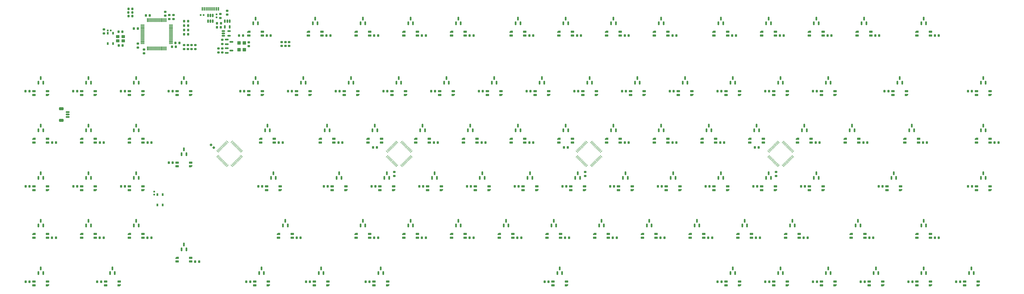
<source format=gbr>
%TF.GenerationSoftware,KiCad,Pcbnew,9.0.5*%
%TF.CreationDate,2026-01-09T00:19:27+07:00*%
%TF.ProjectId,MK98,4d4b3938-2e6b-4696-9361-645f70636258,rev?*%
%TF.SameCoordinates,Original*%
%TF.FileFunction,Paste,Bot*%
%TF.FilePolarity,Positive*%
%FSLAX46Y46*%
G04 Gerber Fmt 4.6, Leading zero omitted, Abs format (unit mm)*
G04 Created by KiCad (PCBNEW 9.0.5) date 2026-01-09 00:19:27*
%MOMM*%
%LPD*%
G01*
G04 APERTURE LIST*
G04 Aperture macros list*
%AMRoundRect*
0 Rectangle with rounded corners*
0 $1 Rounding radius*
0 $2 $3 $4 $5 $6 $7 $8 $9 X,Y pos of 4 corners*
0 Add a 4 corners polygon primitive as box body*
4,1,4,$2,$3,$4,$5,$6,$7,$8,$9,$2,$3,0*
0 Add four circle primitives for the rounded corners*
1,1,$1+$1,$2,$3*
1,1,$1+$1,$4,$5*
1,1,$1+$1,$6,$7*
1,1,$1+$1,$8,$9*
0 Add four rect primitives between the rounded corners*
20,1,$1+$1,$2,$3,$4,$5,0*
20,1,$1+$1,$4,$5,$6,$7,0*
20,1,$1+$1,$6,$7,$8,$9,0*
20,1,$1+$1,$8,$9,$2,$3,0*%
%AMRotRect*
0 Rectangle, with rotation*
0 The origin of the aperture is its center*
0 $1 length*
0 $2 width*
0 $3 Rotation angle, in degrees counterclockwise*
0 Add horizontal line*
21,1,$1,$2,0,0,$3*%
%AMFreePoly0*
4,1,18,-0.410000,0.593000,-0.403758,0.624380,-0.385983,0.650983,-0.359380,0.668758,-0.328000,0.675000,0.328000,0.675000,0.359380,0.668758,0.385983,0.650983,0.403758,0.624380,0.410000,0.593000,0.410000,-0.593000,0.403758,-0.624380,0.385983,-0.650983,0.359380,-0.668758,0.328000,-0.675000,0.000000,-0.675000,-0.410000,-0.265000,-0.410000,0.593000,-0.410000,0.593000,$1*%
G04 Aperture macros list end*
%ADD10RoundRect,0.150000X0.150000X-0.587500X0.150000X0.587500X-0.150000X0.587500X-0.150000X-0.587500X0*%
%ADD11RoundRect,0.082000X-0.593000X0.328000X-0.593000X-0.328000X0.593000X-0.328000X0.593000X0.328000X0*%
%ADD12FreePoly0,270.000000*%
%ADD13RoundRect,0.082000X0.593000X-0.328000X0.593000X0.328000X-0.593000X0.328000X-0.593000X-0.328000X0*%
%ADD14FreePoly0,90.000000*%
%ADD15RoundRect,0.225000X0.225000X0.250000X-0.225000X0.250000X-0.225000X-0.250000X0.225000X-0.250000X0*%
%ADD16RoundRect,0.250000X-0.445000X0.457500X-0.445000X-0.457500X0.445000X-0.457500X0.445000X0.457500X0*%
%ADD17RoundRect,0.225000X-0.225000X-0.250000X0.225000X-0.250000X0.225000X0.250000X-0.225000X0.250000X0*%
%ADD18RoundRect,0.200000X-0.275000X0.200000X-0.275000X-0.200000X0.275000X-0.200000X0.275000X0.200000X0*%
%ADD19RoundRect,0.225000X0.250000X-0.225000X0.250000X0.225000X-0.250000X0.225000X-0.250000X-0.225000X0*%
%ADD20RoundRect,0.150000X-0.512500X-0.150000X0.512500X-0.150000X0.512500X0.150000X-0.512500X0.150000X0*%
%ADD21RoundRect,0.218750X0.256250X-0.218750X0.256250X0.218750X-0.256250X0.218750X-0.256250X-0.218750X0*%
%ADD22RoundRect,0.160000X-0.160000X0.197500X-0.160000X-0.197500X0.160000X-0.197500X0.160000X0.197500X0*%
%ADD23RoundRect,0.225000X-0.250000X0.225000X-0.250000X-0.225000X0.250000X-0.225000X0.250000X0.225000X0*%
%ADD24R,0.700000X1.050013*%
%ADD25RoundRect,0.150000X-0.150000X0.512500X-0.150000X-0.512500X0.150000X-0.512500X0.150000X0.512500X0*%
%ADD26RoundRect,0.250000X-0.450000X-0.350000X0.450000X-0.350000X0.450000X0.350000X-0.450000X0.350000X0*%
%ADD27RoundRect,0.150000X-0.587500X-0.150000X0.587500X-0.150000X0.587500X0.150000X-0.587500X0.150000X0*%
%ADD28RoundRect,0.200000X-0.200000X-0.275000X0.200000X-0.275000X0.200000X0.275000X-0.200000X0.275000X0*%
%ADD29RoundRect,0.160000X0.197500X0.160000X-0.197500X0.160000X-0.197500X-0.160000X0.197500X-0.160000X0*%
%ADD30RoundRect,0.150000X-0.625000X0.150000X-0.625000X-0.150000X0.625000X-0.150000X0.625000X0.150000X0*%
%ADD31RoundRect,0.250000X-0.650000X0.350000X-0.650000X-0.350000X0.650000X-0.350000X0.650000X0.350000X0*%
%ADD32RoundRect,0.200000X0.275000X-0.200000X0.275000X0.200000X-0.275000X0.200000X-0.275000X-0.200000X0*%
%ADD33RotRect,0.229400X1.161999X315.000000*%
%ADD34RotRect,0.229400X1.161999X45.000000*%
%ADD35RotRect,0.229400X1.161999X135.000000*%
%ADD36RoundRect,0.075000X-0.700000X-0.075000X0.700000X-0.075000X0.700000X0.075000X-0.700000X0.075000X0*%
%ADD37RoundRect,0.075000X-0.075000X-0.700000X0.075000X-0.700000X0.075000X0.700000X-0.075000X0.700000X0*%
%ADD38RoundRect,0.225000X-0.335876X-0.017678X-0.017678X-0.335876X0.335876X0.017678X0.017678X0.335876X0*%
%ADD39R,0.600000X1.450000*%
%ADD40R,0.300000X1.450000*%
G04 APERTURE END LIST*
D10*
%TO.C,HE16*%
X54660000Y-59862500D03*
X53710000Y-61737500D03*
X55610000Y-61737500D03*
%TD*%
D11*
%TO.C,LED38*%
X152635000Y-85680000D03*
X152635000Y-84180000D03*
X147185000Y-85680000D03*
D12*
X147185000Y-84180000D03*
%TD*%
D13*
%TO.C,LED87*%
X61460000Y-141330000D03*
X61460000Y-142830000D03*
X66910000Y-141330000D03*
D14*
X66910000Y-142830000D03*
%TD*%
D11*
%TO.C,LED10*%
X309797500Y-42817500D03*
X309797500Y-41317500D03*
X304347500Y-42817500D03*
D12*
X304347500Y-41317500D03*
%TD*%
D13*
%TO.C,LED59*%
X209097500Y-103230000D03*
X209097500Y-104730000D03*
X214547500Y-103230000D03*
D14*
X214547500Y-104730000D03*
%TD*%
D15*
%TO.C,C29*%
X307287500Y-65150000D03*
X305737500Y-65150000D03*
%TD*%
D10*
%TO.C,HE39*%
X169910000Y-80787500D03*
X168010000Y-80787500D03*
X168960000Y-78912500D03*
%TD*%
%TO.C,HE5*%
X203247500Y-37925000D03*
X201347500Y-37925000D03*
X202297500Y-36050000D03*
%TD*%
D16*
%TO.C,C109*%
X116850000Y-45790000D03*
X116850000Y-48495000D03*
%TD*%
D13*
%TO.C,LED68*%
X409122500Y-103230000D03*
X409122500Y-104730000D03*
X414572500Y-103230000D03*
D14*
X414572500Y-104730000D03*
%TD*%
D11*
%TO.C,LED47*%
X324085000Y-85680000D03*
X324085000Y-84180000D03*
X318635000Y-85680000D03*
D12*
X318635000Y-84180000D03*
%TD*%
D15*
%TO.C,C28*%
X288237500Y-65150000D03*
X286687500Y-65150000D03*
%TD*%
D13*
%TO.C,LED95*%
X366260000Y-141330000D03*
X366260000Y-142830000D03*
X371710000Y-141330000D03*
D14*
X371710000Y-142830000D03*
%TD*%
D10*
%TO.C,HE67*%
X377078750Y-99837500D03*
X375178750Y-99837500D03*
X376128750Y-97962500D03*
%TD*%
D13*
%TO.C,LED96*%
X385310000Y-141330000D03*
X385310000Y-142830000D03*
X390760000Y-141330000D03*
D14*
X390760000Y-142830000D03*
%TD*%
D17*
%TO.C,C5*%
X206807501Y-42820000D03*
X208357501Y-42820000D03*
%TD*%
D10*
%TO.C,HE49*%
X360410000Y-80787500D03*
X358510000Y-80787500D03*
X359460000Y-78912500D03*
%TD*%
D18*
%TO.C,R4*%
X92860000Y-46620000D03*
X92860000Y-48270000D03*
%TD*%
D10*
%TO.C,HE28*%
X293735000Y-61737500D03*
X291835000Y-61737500D03*
X292785000Y-59862500D03*
%TD*%
%TO.C,HE95*%
X369935000Y-137937500D03*
X368035000Y-137937500D03*
X368985000Y-136062500D03*
%TD*%
D15*
%TO.C,C124*%
X107512149Y-37892351D03*
X105962149Y-37892351D03*
%TD*%
D19*
%TO.C,C114*%
X88623857Y-36222815D03*
X88623857Y-34672815D03*
%TD*%
D10*
%TO.C,HE9*%
X284210000Y-37925000D03*
X282310000Y-37925000D03*
X283260000Y-36050000D03*
%TD*%
D11*
%TO.C,LED74*%
X166922500Y-123780000D03*
X166922500Y-122280000D03*
X161472500Y-123780000D03*
D12*
X161472500Y-122280000D03*
%TD*%
D10*
%TO.C,HE64*%
X308022500Y-99837500D03*
X306122500Y-99837500D03*
X307072500Y-97962500D03*
%TD*%
D15*
%TO.C,C24*%
X212037500Y-65150000D03*
X210487500Y-65150000D03*
%TD*%
D20*
%TO.C,U2*%
X108455000Y-42950000D03*
X108455000Y-42000001D03*
X108455000Y-41050002D03*
X110730000Y-41050002D03*
X110730000Y-42950000D03*
%TD*%
D13*
%TO.C,LED26*%
X251960000Y-65130000D03*
X251960000Y-66630000D03*
X257410000Y-65130000D03*
D14*
X257410000Y-66630000D03*
%TD*%
D11*
%TO.C,LED43*%
X247885000Y-85680000D03*
X247885000Y-84180000D03*
X242435000Y-85680000D03*
D12*
X242435000Y-84180000D03*
%TD*%
D10*
%TO.C,HE59*%
X212772500Y-99837500D03*
X210872500Y-99837500D03*
X211822500Y-97962500D03*
%TD*%
%TO.C,HE31*%
X350885000Y-61737500D03*
X348985000Y-61737500D03*
X349935000Y-59862500D03*
%TD*%
%TO.C,HE23*%
X198485000Y-61737500D03*
X196585000Y-61737500D03*
X197535000Y-59862500D03*
%TD*%
%TO.C,HE78*%
X241347500Y-118887500D03*
X239447500Y-118887500D03*
X240397500Y-117012500D03*
%TD*%
%TO.C,HE35*%
X74660000Y-80787500D03*
X72760000Y-80787500D03*
X73710000Y-78912500D03*
%TD*%
%TO.C,HE7*%
X246110000Y-37925000D03*
X244210000Y-37925000D03*
X245160000Y-36050000D03*
%TD*%
D13*
%TO.C,LED19*%
X118610000Y-65130000D03*
X118610000Y-66630000D03*
X124060000Y-65130000D03*
D14*
X124060000Y-66630000D03*
%TD*%
D11*
%TO.C,LED8*%
X266935000Y-42817500D03*
X266935000Y-41317500D03*
X261485000Y-42817500D03*
D12*
X261485000Y-41317500D03*
%TD*%
D21*
%TO.C,F1*%
X107262149Y-35779852D03*
X107262149Y-34204850D03*
%TD*%
D10*
%TO.C,HE80*%
X279447500Y-118887500D03*
X277547500Y-118887500D03*
X278497500Y-117012500D03*
%TD*%
%TO.C,HE63*%
X288972500Y-99837500D03*
X287072500Y-99837500D03*
X288022500Y-97962500D03*
%TD*%
%TO.C,HE17*%
X74660000Y-61737500D03*
X72760000Y-61737500D03*
X73710000Y-59862500D03*
%TD*%
D17*
%TO.C,C41*%
X211571974Y-85674911D03*
X213121974Y-85674911D03*
%TD*%
D22*
%TO.C,R9*%
X105732149Y-34387351D03*
X105732149Y-35582351D03*
%TD*%
D23*
%TO.C,C101*%
X134750000Y-45460000D03*
X134750000Y-47010000D03*
%TD*%
D10*
%TO.C,HE10*%
X308022500Y-37925000D03*
X306122500Y-37925000D03*
X307072500Y-36050000D03*
%TD*%
%TO.C,HE25*%
X236585000Y-61737500D03*
X234685000Y-61737500D03*
X235635000Y-59862500D03*
%TD*%
D11*
%TO.C,LED50*%
X385997500Y-85680000D03*
X385997500Y-84180000D03*
X380547500Y-85680000D03*
D12*
X380547500Y-84180000D03*
%TD*%
D11*
%TO.C,LED48*%
X343135000Y-85680000D03*
X343135000Y-84180000D03*
X337685000Y-85680000D03*
D12*
X337685000Y-84180000D03*
%TD*%
D24*
%TO.C,RST_BTN1*%
X62325070Y-41899924D03*
X62325070Y-46100076D03*
X64474930Y-41899924D03*
X64474930Y-46100076D03*
%TD*%
D18*
%TO.C,R2*%
X106550000Y-48010000D03*
X106550000Y-49660000D03*
%TD*%
D15*
%TO.C,C115*%
X79125000Y-34775000D03*
X77575000Y-34775000D03*
%TD*%
D17*
%TO.C,C69*%
X40115000Y-123790000D03*
X41665000Y-123790000D03*
%TD*%
D15*
%TO.C,C15*%
X31062500Y-65150000D03*
X29512500Y-65150000D03*
%TD*%
D10*
%TO.C,HE92*%
X312785000Y-137937500D03*
X310885000Y-137937500D03*
X311835000Y-136062500D03*
%TD*%
D17*
%TO.C,C80*%
X283002500Y-123790000D03*
X284552500Y-123790000D03*
%TD*%
%TO.C,C42*%
X230621974Y-85674911D03*
X232171974Y-85674911D03*
%TD*%
D10*
%TO.C,HE14*%
X388985000Y-37925000D03*
X387085000Y-37925000D03*
X388035000Y-36050000D03*
%TD*%
%TO.C,HE79*%
X260397500Y-118887500D03*
X258497500Y-118887500D03*
X259447500Y-117012500D03*
%TD*%
D25*
%TO.C,U3*%
X102370575Y-34784171D03*
X103320574Y-34784171D03*
X104270573Y-34784171D03*
X104270573Y-37059171D03*
X103320574Y-37059171D03*
X102370575Y-37059171D03*
%TD*%
D15*
%TO.C,C32*%
X373962500Y-65150000D03*
X372412500Y-65150000D03*
%TD*%
D13*
%TO.C,LED61*%
X247197500Y-103230000D03*
X247197500Y-104730000D03*
X252647500Y-103230000D03*
D14*
X252647500Y-104730000D03*
%TD*%
D15*
%TO.C,C120*%
X74325000Y-40075000D03*
X72775000Y-40075000D03*
%TD*%
D13*
%TO.C,LED63*%
X285297500Y-103230000D03*
X285297500Y-104730000D03*
X290747500Y-103230000D03*
D14*
X290747500Y-104730000D03*
%TD*%
D10*
%TO.C,HE36*%
X93710000Y-90312500D03*
X91810000Y-90312500D03*
X92760000Y-88437500D03*
%TD*%
D11*
%TO.C,LED46*%
X305035000Y-85680000D03*
X305035000Y-84180000D03*
X299585000Y-85680000D03*
D12*
X299585000Y-84180000D03*
%TD*%
D17*
%TO.C,C10*%
X311582501Y-42820000D03*
X313132501Y-42820000D03*
%TD*%
D11*
%TO.C,LED1*%
X124060000Y-42817500D03*
X124060000Y-41317500D03*
X118610000Y-42817500D03*
D12*
X118610000Y-41317500D03*
%TD*%
D11*
%TO.C,LED11*%
X328847500Y-42817500D03*
X328847500Y-41317500D03*
X323397500Y-42817500D03*
D12*
X323397500Y-41317500D03*
%TD*%
D16*
%TO.C,C108*%
X114730000Y-45787500D03*
X114730000Y-48492500D03*
%TD*%
D11*
%TO.C,LED6*%
X228835000Y-42817500D03*
X228835000Y-41317500D03*
X223385000Y-42817500D03*
D12*
X223385000Y-41317500D03*
%TD*%
D13*
%TO.C,LED22*%
X175760000Y-65130000D03*
X175760000Y-66630000D03*
X181210000Y-65130000D03*
D14*
X181210000Y-66630000D03*
%TD*%
D10*
%TO.C,HE40*%
X188960000Y-80787500D03*
X187060000Y-80787500D03*
X188010000Y-78912500D03*
%TD*%
%TO.C,HE12*%
X346122500Y-37925000D03*
X344222500Y-37925000D03*
X345172500Y-36050000D03*
%TD*%
D23*
%TO.C,C117*%
X76859771Y-48436890D03*
X76859771Y-49986890D03*
%TD*%
D10*
%TO.C,HE82*%
X317547500Y-118887500D03*
X315647500Y-118887500D03*
X316597500Y-117012500D03*
%TD*%
D11*
%TO.C,LED71*%
X76435000Y-123780000D03*
X76435000Y-122280000D03*
X70985000Y-123780000D03*
D12*
X70985000Y-122280000D03*
%TD*%
D15*
%TO.C,C25*%
X231087500Y-65150000D03*
X229537500Y-65150000D03*
%TD*%
D13*
%TO.C,LED88*%
X120991250Y-141330000D03*
X120991250Y-142830000D03*
X126441250Y-141330000D03*
D14*
X126441250Y-142830000D03*
%TD*%
D17*
%TO.C,C112*%
X92860000Y-38876289D03*
X94410000Y-38876289D03*
%TD*%
D13*
%TO.C,LED86*%
X32885000Y-141330000D03*
X32885000Y-142830000D03*
X38335000Y-141330000D03*
D14*
X38335000Y-142830000D03*
%TD*%
D15*
%TO.C,C21*%
X154887500Y-65150000D03*
X153337500Y-65150000D03*
%TD*%
D10*
%TO.C,HE88*%
X124666250Y-137937500D03*
X122766250Y-137937500D03*
X123716250Y-136062500D03*
%TD*%
D17*
%TO.C,C6*%
X230620000Y-42820000D03*
X232170000Y-42820000D03*
%TD*%
%TO.C,C8*%
X268720001Y-42820000D03*
X270270001Y-42820000D03*
%TD*%
%TO.C,C48*%
X344921974Y-85674911D03*
X346471974Y-85674911D03*
%TD*%
D10*
%TO.C,HE29*%
X312785000Y-61737500D03*
X310885000Y-61737500D03*
X311835000Y-59862500D03*
%TD*%
%TO.C,HE42*%
X227060000Y-80787500D03*
X225160000Y-80787500D03*
X226110000Y-78912500D03*
%TD*%
D17*
%TO.C,C76*%
X206802500Y-123790000D03*
X208352500Y-123790000D03*
%TD*%
D15*
%TO.C,C90*%
X166831250Y-141370000D03*
X165281250Y-141370000D03*
%TD*%
D17*
%TO.C,C4*%
X187757501Y-42820000D03*
X189307501Y-42820000D03*
%TD*%
D13*
%TO.C,LED64*%
X304347500Y-103230000D03*
X304347500Y-104730000D03*
X309797500Y-103230000D03*
D14*
X309797500Y-104730000D03*
%TD*%
D17*
%TO.C,C51*%
X416359474Y-85674911D03*
X417909474Y-85674911D03*
%TD*%
D13*
%TO.C,LED58*%
X190047500Y-103230000D03*
X190047500Y-104730000D03*
X195497500Y-103230000D03*
D14*
X195497500Y-104730000D03*
%TD*%
D13*
%TO.C,LED32*%
X375785000Y-65130000D03*
X375785000Y-66630000D03*
X381235000Y-65130000D03*
D14*
X381235000Y-66630000D03*
%TD*%
D15*
%TO.C,C23*%
X192987500Y-65150000D03*
X191437500Y-65150000D03*
%TD*%
D22*
%TO.C,R11*%
X80890000Y-105322500D03*
X80890000Y-106517500D03*
%TD*%
D11*
%TO.C,LED73*%
X135966250Y-123780000D03*
X135966250Y-122280000D03*
X130516250Y-123780000D03*
D12*
X130516250Y-122280000D03*
%TD*%
D10*
%TO.C,HE68*%
X412797500Y-99837500D03*
X410897500Y-99837500D03*
X411847500Y-97962500D03*
%TD*%
D11*
%TO.C,LED39*%
X171685000Y-85680000D03*
X171685000Y-84180000D03*
X166235000Y-85680000D03*
D12*
X166235000Y-84180000D03*
%TD*%
D17*
%TO.C,C82*%
X321102500Y-123790000D03*
X322652500Y-123790000D03*
%TD*%
D18*
%TO.C,R6*%
X95813333Y-46620000D03*
X95813333Y-48270000D03*
%TD*%
D15*
%TO.C,C55*%
X123968750Y-103230000D03*
X122418750Y-103230000D03*
%TD*%
D11*
%TO.C,LED44*%
X266935000Y-85680000D03*
X266935000Y-84180000D03*
X261485000Y-85680000D03*
D12*
X261485000Y-84180000D03*
%TD*%
D26*
%TO.C,Y1*%
X66326719Y-43226475D03*
X68526719Y-43226475D03*
X68526719Y-44926475D03*
X66326719Y-44926475D03*
%TD*%
D15*
%TO.C,C58*%
X188262500Y-103230000D03*
X186712500Y-103230000D03*
%TD*%
%TO.C,C53*%
X50150000Y-103230000D03*
X48600000Y-103230000D03*
%TD*%
D13*
%TO.C,LED24*%
X213860000Y-65130000D03*
X213860000Y-66630000D03*
X219310000Y-65130000D03*
D14*
X219310000Y-66630000D03*
%TD*%
D10*
%TO.C,HE61*%
X250872500Y-99837500D03*
X248972500Y-99837500D03*
X249922500Y-97962500D03*
%TD*%
D17*
%TO.C,C7*%
X249670002Y-42820000D03*
X251220002Y-42820000D03*
%TD*%
D15*
%TO.C,C88*%
X119206250Y-141370000D03*
X117656250Y-141370000D03*
%TD*%
D27*
%TO.C,Q2*%
X109815000Y-49790001D03*
X109815000Y-47890001D03*
X111690001Y-48840001D03*
%TD*%
D15*
%TO.C,C97*%
X402575000Y-141370000D03*
X401025000Y-141370000D03*
%TD*%
D13*
%TO.C,LED52*%
X32885000Y-103230000D03*
X32885000Y-104730000D03*
X38335000Y-103230000D03*
D14*
X38335000Y-104730000D03*
%TD*%
D10*
%TO.C,HE75*%
X184197500Y-118887500D03*
X182297500Y-118887500D03*
X183247500Y-117012500D03*
%TD*%
%TO.C,HE43*%
X246110000Y-80787500D03*
X244210000Y-80787500D03*
X245160000Y-78912500D03*
%TD*%
D13*
%TO.C,LED21*%
X156710000Y-65130000D03*
X156710000Y-66630000D03*
X162160000Y-65130000D03*
D14*
X162160000Y-66630000D03*
%TD*%
D10*
%TO.C,HE74*%
X165147500Y-118887500D03*
X163247500Y-118887500D03*
X164197500Y-117012500D03*
%TD*%
D17*
%TO.C,C118*%
X87995528Y-47368461D03*
X89545528Y-47368461D03*
%TD*%
D13*
%TO.C,LED65*%
X323397500Y-103230000D03*
X323397500Y-104730000D03*
X328847500Y-103230000D03*
D14*
X328847500Y-104730000D03*
%TD*%
D15*
%TO.C,C20*%
X135837500Y-65150000D03*
X134287500Y-65150000D03*
%TD*%
D11*
%TO.C,LED76*%
X205022500Y-123780000D03*
X205022500Y-122280000D03*
X199572500Y-123780000D03*
D12*
X199572500Y-122280000D03*
%TD*%
D19*
%TO.C,C128*%
X252916719Y-99021475D03*
X252916719Y-97471475D03*
%TD*%
D17*
%TO.C,C77*%
X225852500Y-123790000D03*
X227402500Y-123790000D03*
%TD*%
D13*
%TO.C,LED16*%
X51935000Y-65130000D03*
X51935000Y-66630000D03*
X57385000Y-65130000D03*
D14*
X57385000Y-66630000D03*
%TD*%
D17*
%TO.C,C122*%
X66725247Y-46805907D03*
X68275247Y-46805907D03*
%TD*%
D10*
%TO.C,HE4*%
X184197500Y-37925000D03*
X182297500Y-37925000D03*
X183247500Y-36050000D03*
%TD*%
%TO.C,HE69*%
X36560000Y-118887500D03*
X34660000Y-118887500D03*
X35610000Y-117012500D03*
%TD*%
%TO.C,HE41*%
X208010000Y-80787500D03*
X206110000Y-80787500D03*
X207060000Y-78912500D03*
%TD*%
D28*
%TO.C,R12*%
X114736719Y-42841475D03*
X116386719Y-42841475D03*
%TD*%
D17*
%TO.C,C2*%
X149657501Y-42820000D03*
X151207501Y-42820000D03*
%TD*%
%TO.C,C13*%
X368732501Y-42820000D03*
X370282501Y-42820000D03*
%TD*%
D10*
%TO.C,HE48*%
X341360000Y-80787500D03*
X339460000Y-80787500D03*
X340410000Y-78912500D03*
%TD*%
%TO.C,HE24*%
X217535000Y-61737500D03*
X215635000Y-61737500D03*
X216585000Y-59862500D03*
%TD*%
D24*
%TO.C,BOOT_BTN1*%
X82125070Y-106499924D03*
X82125070Y-110700076D03*
X84274930Y-106499924D03*
X84274930Y-110700076D03*
%TD*%
D29*
%TO.C,R8*%
X100617500Y-34610000D03*
X99422500Y-34610000D03*
%TD*%
D10*
%TO.C,HE46*%
X303260000Y-80787500D03*
X301360000Y-80787500D03*
X302310000Y-78912500D03*
%TD*%
D17*
%TO.C,C74*%
X168702500Y-123790000D03*
X170252500Y-123790000D03*
%TD*%
%TO.C,C110*%
X92860000Y-42370000D03*
X94410000Y-42370000D03*
%TD*%
D13*
%TO.C,LED36*%
X90035000Y-93705000D03*
X90035000Y-95205000D03*
X95485000Y-93705000D03*
D14*
X95485000Y-95205000D03*
%TD*%
D10*
%TO.C,HE58*%
X193722500Y-99837500D03*
X191822500Y-99837500D03*
X192772500Y-97962500D03*
%TD*%
%TO.C,HE6*%
X227060000Y-37925000D03*
X225160000Y-37925000D03*
X226110000Y-36050000D03*
%TD*%
D11*
%TO.C,LED2*%
X147872500Y-42817500D03*
X147872500Y-41317500D03*
X142422500Y-42817500D03*
D12*
X142422500Y-41317500D03*
%TD*%
D10*
%TO.C,HE93*%
X331835000Y-137937500D03*
X329935000Y-137937500D03*
X330885000Y-136062500D03*
%TD*%
D17*
%TO.C,C83*%
X340152500Y-123790000D03*
X341702500Y-123790000D03*
%TD*%
D15*
%TO.C,C98*%
X407300000Y-65150000D03*
X405750000Y-65150000D03*
%TD*%
D10*
%TO.C,HE98*%
X412797500Y-61737500D03*
X410897500Y-61737500D03*
X411847500Y-59862500D03*
%TD*%
D30*
%TO.C,J2*%
X46360000Y-73460000D03*
X46359999Y-74460000D03*
X46360000Y-75460000D03*
D31*
X43834999Y-72160000D03*
X43834999Y-76760000D03*
%TD*%
D11*
%TO.C,LED35*%
X76435000Y-85680000D03*
X76435000Y-84180000D03*
X70985000Y-85680000D03*
D12*
X70985000Y-84180000D03*
%TD*%
D13*
%TO.C,LED54*%
X70985000Y-103230000D03*
X70985000Y-104730000D03*
X76435000Y-103230000D03*
D14*
X76435000Y-104730000D03*
%TD*%
D17*
%TO.C,C79*%
X263952500Y-123790000D03*
X265502500Y-123790000D03*
%TD*%
%TO.C,C12*%
X349682502Y-42820000D03*
X351232502Y-42820000D03*
%TD*%
D13*
%TO.C,LED97*%
X404360000Y-141330000D03*
X404360000Y-142830000D03*
X409810000Y-141330000D03*
D14*
X409810000Y-142830000D03*
%TD*%
D17*
%TO.C,C71*%
X78215000Y-123790000D03*
X79765000Y-123790000D03*
%TD*%
D15*
%TO.C,C86*%
X31100000Y-141370000D03*
X29550000Y-141370000D03*
%TD*%
D10*
%TO.C,HE66*%
X346122500Y-99837500D03*
X344222500Y-99837500D03*
X345172500Y-97962500D03*
%TD*%
D17*
%TO.C,C75*%
X187752500Y-123790000D03*
X189302500Y-123790000D03*
%TD*%
D15*
%TO.C,C89*%
X143018750Y-141370000D03*
X141468750Y-141370000D03*
%TD*%
D13*
%TO.C,LED90*%
X168616250Y-141330000D03*
X168616250Y-142830000D03*
X174066250Y-141330000D03*
D14*
X174066250Y-142830000D03*
%TD*%
D11*
%TO.C,LED84*%
X364566250Y-123780000D03*
X364566250Y-122280000D03*
X359116250Y-123780000D03*
D12*
X359116250Y-122280000D03*
%TD*%
D17*
%TO.C,C45*%
X287771974Y-85674911D03*
X289321974Y-85674911D03*
%TD*%
D15*
%TO.C,C30*%
X326337500Y-65150000D03*
X324787500Y-65150000D03*
%TD*%
D13*
%TO.C,LED28*%
X290060000Y-65130000D03*
X290060000Y-66630000D03*
X295510000Y-65130000D03*
D14*
X295510000Y-66630000D03*
%TD*%
D10*
%TO.C,HE2*%
X146097500Y-37925000D03*
X144197500Y-37925000D03*
X145147500Y-36050000D03*
%TD*%
D13*
%TO.C,LED92*%
X309110000Y-141330000D03*
X309110000Y-142830000D03*
X314560000Y-141330000D03*
D14*
X314560000Y-142830000D03*
%TD*%
D13*
%TO.C,LED29*%
X309110000Y-65130000D03*
X309110000Y-66630000D03*
X314560000Y-65130000D03*
D14*
X314560000Y-66630000D03*
%TD*%
D15*
%TO.C,C62*%
X264462500Y-103230000D03*
X262912500Y-103230000D03*
%TD*%
D17*
%TO.C,C14*%
X392545001Y-42820000D03*
X394095001Y-42820000D03*
%TD*%
D10*
%TO.C,HE54*%
X74660000Y-99837500D03*
X72760000Y-99837500D03*
X73710000Y-97962500D03*
%TD*%
D11*
%TO.C,LED69*%
X38335000Y-123780000D03*
X38335000Y-122280000D03*
X32885000Y-123780000D03*
D12*
X32885000Y-122280000D03*
%TD*%
D15*
%TO.C,C19*%
X116787500Y-65150000D03*
X115237500Y-65150000D03*
%TD*%
D13*
%TO.C,LED31*%
X347210000Y-65130000D03*
X347210000Y-66630000D03*
X352660000Y-65130000D03*
D14*
X352660000Y-66630000D03*
%TD*%
D17*
%TO.C,C84*%
X366346250Y-123790000D03*
X367896250Y-123790000D03*
%TD*%
%TO.C,C33*%
X40119278Y-85681442D03*
X41669278Y-85681442D03*
%TD*%
D18*
%TO.C,R3*%
X108050000Y-48008820D03*
X108050000Y-49658820D03*
%TD*%
D15*
%TO.C,C47*%
X322175000Y-87667499D03*
X320625000Y-87667499D03*
%TD*%
D10*
%TO.C,HE60*%
X231822500Y-99837500D03*
X229922500Y-99837500D03*
X230872500Y-97962500D03*
%TD*%
D17*
%TO.C,C38*%
X154421974Y-85674911D03*
X155971974Y-85674911D03*
%TD*%
D15*
%TO.C,C59*%
X207312500Y-103230000D03*
X205762500Y-103230000D03*
%TD*%
D11*
%TO.C,LED81*%
X300272500Y-123780000D03*
X300272500Y-122280000D03*
X294822500Y-123780000D03*
D12*
X294822500Y-122280000D03*
%TD*%
D15*
%TO.C,C22*%
X173937500Y-65150000D03*
X172387500Y-65150000D03*
%TD*%
D11*
%TO.C,LED4*%
X185972500Y-42817500D03*
X185972500Y-41317500D03*
X180522500Y-42817500D03*
D12*
X180522500Y-41317500D03*
%TD*%
D17*
%TO.C,C78*%
X244902500Y-123790000D03*
X246452500Y-123790000D03*
%TD*%
D15*
%TO.C,C92*%
X307325000Y-141370000D03*
X305775000Y-141370000D03*
%TD*%
%TO.C,C63*%
X283512500Y-103230000D03*
X281962500Y-103230000D03*
%TD*%
D17*
%TO.C,C40*%
X192521974Y-85674911D03*
X194071974Y-85674911D03*
%TD*%
D10*
%TO.C,HE19*%
X122285000Y-61737500D03*
X120385000Y-61737500D03*
X121335000Y-59862500D03*
%TD*%
D17*
%TO.C,C46*%
X306821974Y-85674911D03*
X308371974Y-85674911D03*
%TD*%
D11*
%TO.C,LED80*%
X281222500Y-123780000D03*
X281222500Y-122280000D03*
X275772500Y-123780000D03*
D12*
X275772500Y-122280000D03*
%TD*%
D13*
%TO.C,LED27*%
X271010000Y-65130000D03*
X271010000Y-66630000D03*
X276460000Y-65130000D03*
D14*
X276460000Y-66630000D03*
%TD*%
D32*
%TO.C,R1*%
X108028150Y-46205000D03*
X108028150Y-44555000D03*
%TD*%
D17*
%TO.C,C73*%
X137746250Y-123790000D03*
X139296250Y-123790000D03*
%TD*%
D13*
%TO.C,LED17*%
X70985000Y-65130000D03*
X70985000Y-66630000D03*
X76435000Y-65130000D03*
D14*
X76435000Y-66630000D03*
%TD*%
D10*
%TO.C,HE96*%
X388985000Y-137937500D03*
X387085000Y-137937500D03*
X388035000Y-136062500D03*
%TD*%
%TO.C,HE21*%
X160385000Y-61737500D03*
X158485000Y-61737500D03*
X159435000Y-59862500D03*
%TD*%
D15*
%TO.C,C54*%
X69200000Y-103230000D03*
X67650000Y-103230000D03*
%TD*%
D10*
%TO.C,HE26*%
X255630000Y-61737500D03*
X253730000Y-61737500D03*
X254680000Y-59862500D03*
%TD*%
D15*
%TO.C,C93*%
X326375000Y-141370000D03*
X324825000Y-141370000D03*
%TD*%
D11*
%TO.C,LED40*%
X190735000Y-85680000D03*
X190735000Y-84180000D03*
X185285000Y-85680000D03*
D12*
X185285000Y-84180000D03*
%TD*%
D10*
%TO.C,HE86*%
X36560000Y-137937500D03*
X34660000Y-137937500D03*
X35610000Y-136062500D03*
%TD*%
%TO.C,HE38*%
X150860000Y-80787500D03*
X148960000Y-80787500D03*
X149910000Y-78912500D03*
%TD*%
%TO.C,HE56*%
X155622500Y-99837500D03*
X153722500Y-99837500D03*
X154672500Y-97962500D03*
%TD*%
D11*
%TO.C,LED78*%
X243122500Y-123780000D03*
X243122500Y-122280000D03*
X237672500Y-123780000D03*
D12*
X237672500Y-122280000D03*
%TD*%
D10*
%TO.C,HE91*%
X243728750Y-137937500D03*
X241828750Y-137937500D03*
X242778750Y-136062500D03*
%TD*%
D11*
%TO.C,LED3*%
X166922500Y-42817500D03*
X166922500Y-41317500D03*
X161472500Y-42817500D03*
D12*
X161472500Y-41317500D03*
%TD*%
D15*
%TO.C,C66*%
X340662500Y-103230000D03*
X339112500Y-103230000D03*
%TD*%
D17*
%TO.C,C9*%
X287770001Y-42820000D03*
X289320001Y-42820000D03*
%TD*%
D13*
%TO.C,LED15*%
X32885000Y-65130000D03*
X32885000Y-66630000D03*
X38335000Y-65130000D03*
D14*
X38335000Y-66630000D03*
%TD*%
D10*
%TO.C,HE37*%
X127047500Y-80787500D03*
X125147500Y-80787500D03*
X126097500Y-78912500D03*
%TD*%
D15*
%TO.C,C67*%
X371618750Y-103230000D03*
X370068750Y-103230000D03*
%TD*%
D13*
%TO.C,LED23*%
X194810000Y-65130000D03*
X194810000Y-66630000D03*
X200260000Y-65130000D03*
D14*
X200260000Y-66630000D03*
%TD*%
D10*
%TO.C,HE8*%
X265160000Y-37925000D03*
X263260000Y-37925000D03*
X264210000Y-36050000D03*
%TD*%
D19*
%TO.C,C125*%
X60800000Y-41975000D03*
X60800000Y-40425000D03*
%TD*%
D17*
%TO.C,C49*%
X363971974Y-85674911D03*
X365521974Y-85674911D03*
%TD*%
D33*
%TO.C,U5*%
X110051450Y-95018920D03*
X109697897Y-94665368D03*
X109344343Y-94311813D03*
X108990790Y-93958260D03*
X108637237Y-93604707D03*
X108283683Y-93251153D03*
X107930130Y-92897600D03*
X107576576Y-92544046D03*
X107223023Y-92190493D03*
X106869470Y-91836940D03*
X106515915Y-91483386D03*
X106162363Y-91129833D03*
D34*
X106162363Y-89270425D03*
X106515915Y-88916872D03*
X106869470Y-88563318D03*
X107223023Y-88209765D03*
X107576576Y-87856212D03*
X107930130Y-87502658D03*
X108283683Y-87149105D03*
X108637237Y-86795551D03*
X108990790Y-86441998D03*
X109344343Y-86088445D03*
X109697897Y-85734890D03*
X110051450Y-85381338D03*
D33*
X111910858Y-85381338D03*
X112264411Y-85734890D03*
X112617965Y-86088445D03*
X112971518Y-86441998D03*
X113325071Y-86795551D03*
X113678625Y-87149105D03*
X114032178Y-87502658D03*
X114385732Y-87856212D03*
X114739285Y-88209765D03*
X115092838Y-88563318D03*
X115446393Y-88916872D03*
X115799945Y-89270425D03*
D34*
X115799945Y-91129833D03*
X115446393Y-91483386D03*
X115092838Y-91836940D03*
X114739285Y-92190493D03*
X114385732Y-92544046D03*
X114032178Y-92897600D03*
X113678625Y-93251153D03*
X113325071Y-93604707D03*
X112971518Y-93958260D03*
X112617965Y-94311813D03*
X112264411Y-94665368D03*
X111910858Y-95018920D03*
%TD*%
D15*
%TO.C,C52*%
X31100000Y-103230000D03*
X29550000Y-103230000D03*
%TD*%
%TO.C,C27*%
X269187500Y-65150000D03*
X267637500Y-65150000D03*
%TD*%
D10*
%TO.C,HE71*%
X74660000Y-118887500D03*
X72760000Y-118887500D03*
X73710000Y-117012500D03*
%TD*%
D13*
%TO.C,LED20*%
X137660000Y-65130000D03*
X137660000Y-66630000D03*
X143110000Y-65130000D03*
D14*
X143110000Y-66630000D03*
%TD*%
D28*
%TO.C,FB1*%
X70550000Y-33600000D03*
X72200000Y-33600000D03*
%TD*%
D17*
%TO.C,C81*%
X302052500Y-123790000D03*
X303602500Y-123790000D03*
%TD*%
D10*
%TO.C,HE30*%
X331835000Y-61737500D03*
X329935000Y-61737500D03*
X330885000Y-59862500D03*
%TD*%
D34*
%TO.C,U8*%
X335795576Y-91152483D03*
X335442024Y-91506036D03*
X335088469Y-91859590D03*
X334734916Y-92213143D03*
X334381363Y-92566696D03*
X334027809Y-92920250D03*
X333674256Y-93273803D03*
X333320702Y-93627357D03*
X332967149Y-93980910D03*
X332613596Y-94334463D03*
X332260042Y-94688018D03*
X331906489Y-95041570D03*
D35*
X330047081Y-95041570D03*
X329693528Y-94688018D03*
X329339974Y-94334463D03*
X328986421Y-93980910D03*
X328632868Y-93627357D03*
X328279314Y-93273803D03*
X327925761Y-92920250D03*
X327572207Y-92566696D03*
X327218654Y-92213143D03*
X326865101Y-91859590D03*
X326511546Y-91506036D03*
X326157994Y-91152483D03*
D34*
X326157994Y-89293075D03*
X326511546Y-88939522D03*
X326865101Y-88585968D03*
X327218654Y-88232415D03*
X327572207Y-87878862D03*
X327925761Y-87525308D03*
X328279314Y-87171755D03*
X328632868Y-86818201D03*
X328986421Y-86464648D03*
X329339974Y-86111095D03*
X329693528Y-85757540D03*
X330047081Y-85403988D03*
D35*
X331906489Y-85403988D03*
X332260042Y-85757540D03*
X332613596Y-86111095D03*
X332967149Y-86464648D03*
X333320702Y-86818201D03*
X333674256Y-87171755D03*
X334027809Y-87525308D03*
X334381363Y-87878862D03*
X334734916Y-88232415D03*
X335088469Y-88585968D03*
X335442024Y-88939522D03*
X335795576Y-89293075D03*
%TD*%
D15*
%TO.C,C132*%
X90916537Y-45765747D03*
X89366537Y-45765747D03*
%TD*%
D10*
%TO.C,HE27*%
X274685000Y-61737500D03*
X272785000Y-61737500D03*
X273735000Y-59862500D03*
%TD*%
%TO.C,HE44*%
X265160000Y-80787500D03*
X263260000Y-80787500D03*
X264210000Y-78912500D03*
%TD*%
%TO.C,HE57*%
X174672500Y-99837500D03*
X172772500Y-99837500D03*
X173722500Y-97962500D03*
%TD*%
D15*
%TO.C,C36*%
X88250000Y-93700000D03*
X86700000Y-93700000D03*
%TD*%
D27*
%TO.C,Q1*%
X109804704Y-46345739D03*
X109804704Y-44445739D03*
X111679705Y-45395739D03*
%TD*%
D11*
%TO.C,LED33*%
X38335000Y-85680000D03*
X38335000Y-84180000D03*
X32885000Y-85680000D03*
D12*
X32885000Y-84180000D03*
%TD*%
D10*
%TO.C,HE15*%
X36560000Y-61737500D03*
X34660000Y-61737500D03*
X35610000Y-59862500D03*
%TD*%
D13*
%TO.C,LED67*%
X373403750Y-103230000D03*
X373403750Y-104730000D03*
X378853750Y-103230000D03*
D14*
X378853750Y-104730000D03*
%TD*%
D18*
%TO.C,R5*%
X94336667Y-46620000D03*
X94336667Y-48270000D03*
%TD*%
D13*
%TO.C,LED66*%
X342447500Y-103230000D03*
X342447500Y-104730000D03*
X347897500Y-103230000D03*
D14*
X347897500Y-104730000D03*
%TD*%
D10*
%TO.C,HE1*%
X122285000Y-37925000D03*
X120385000Y-37925000D03*
X121335000Y-36050000D03*
%TD*%
D34*
%TO.C,U6*%
X183522482Y-91152483D03*
X183168930Y-91506036D03*
X182815375Y-91859590D03*
X182461822Y-92213143D03*
X182108269Y-92566696D03*
X181754715Y-92920250D03*
X181401162Y-93273803D03*
X181047608Y-93627357D03*
X180694055Y-93980910D03*
X180340502Y-94334463D03*
X179986948Y-94688018D03*
X179633395Y-95041570D03*
D35*
X177773987Y-95041570D03*
X177420434Y-94688018D03*
X177066880Y-94334463D03*
X176713327Y-93980910D03*
X176359774Y-93627357D03*
X176006220Y-93273803D03*
X175652667Y-92920250D03*
X175299113Y-92566696D03*
X174945560Y-92213143D03*
X174592007Y-91859590D03*
X174238452Y-91506036D03*
X173884900Y-91152483D03*
D34*
X173884900Y-89293075D03*
X174238452Y-88939522D03*
X174592007Y-88585968D03*
X174945560Y-88232415D03*
X175299113Y-87878862D03*
X175652667Y-87525308D03*
X176006220Y-87171755D03*
X176359774Y-86818201D03*
X176713327Y-86464648D03*
X177066880Y-86111095D03*
X177420434Y-85757540D03*
X177773987Y-85403988D03*
D35*
X179633395Y-85403988D03*
X179986948Y-85757540D03*
X180340502Y-86111095D03*
X180694055Y-86464648D03*
X181047608Y-86818201D03*
X181401162Y-87171755D03*
X181754715Y-87525308D03*
X182108269Y-87878862D03*
X182461822Y-88232415D03*
X182815375Y-88585968D03*
X183168930Y-88939522D03*
X183522482Y-89293075D03*
%TD*%
D11*
%TO.C,LED41*%
X209785000Y-85680000D03*
X209785000Y-84180000D03*
X204335000Y-85680000D03*
D12*
X204335000Y-84180000D03*
%TD*%
D10*
%TO.C,HE3*%
X165147500Y-37925000D03*
X163247500Y-37925000D03*
X164197500Y-36050000D03*
%TD*%
D13*
%TO.C,LED60*%
X228147500Y-103230000D03*
X228147500Y-104730000D03*
X233597500Y-103230000D03*
D14*
X233597500Y-104730000D03*
%TD*%
D10*
%TO.C,HE87*%
X65135000Y-137937500D03*
X63235000Y-137937500D03*
X64185000Y-136062500D03*
%TD*%
D11*
%TO.C,LED34*%
X57385000Y-85680000D03*
X57385000Y-84180000D03*
X51935000Y-85680000D03*
D12*
X51935000Y-84180000D03*
%TD*%
D10*
%TO.C,HE22*%
X179435000Y-61737500D03*
X177535000Y-61737500D03*
X178485000Y-59862500D03*
%TD*%
D11*
%TO.C,LED42*%
X228835000Y-85680000D03*
X228835000Y-84180000D03*
X223385000Y-85680000D03*
D12*
X223385000Y-84180000D03*
%TD*%
D11*
%TO.C,LED85*%
X390760000Y-123780000D03*
X390760000Y-122280000D03*
X385310000Y-123780000D03*
D12*
X385310000Y-122280000D03*
%TD*%
D11*
%TO.C,LED49*%
X362185000Y-85680000D03*
X362185000Y-84180000D03*
X356735000Y-85680000D03*
D12*
X356735000Y-84180000D03*
%TD*%
D36*
%TO.C,U4*%
X76211719Y-46091474D03*
X76211719Y-45591475D03*
X76211719Y-45091475D03*
X76211719Y-44591475D03*
X76211719Y-44091475D03*
X76211719Y-43591474D03*
X76211719Y-43091475D03*
X76211719Y-42591475D03*
X76211719Y-42091475D03*
X76211719Y-41591475D03*
X76211719Y-41091476D03*
X76211719Y-40591475D03*
X76211719Y-40091475D03*
X76211719Y-39591475D03*
X76211719Y-39091475D03*
X76211719Y-38591476D03*
D37*
X78136720Y-36666475D03*
X78636719Y-36666475D03*
X79136719Y-36666475D03*
X79636719Y-36666475D03*
X80136719Y-36666475D03*
X80636720Y-36666475D03*
X81136719Y-36666475D03*
X81636719Y-36666475D03*
X82136719Y-36666475D03*
X82636719Y-36666475D03*
X83136718Y-36666475D03*
X83636719Y-36666475D03*
X84136719Y-36666475D03*
X84636719Y-36666475D03*
X85136719Y-36666475D03*
X85636718Y-36666475D03*
D36*
X87561719Y-38591476D03*
X87561719Y-39091475D03*
X87561719Y-39591475D03*
X87561719Y-40091475D03*
X87561719Y-40591475D03*
X87561719Y-41091476D03*
X87561719Y-41591475D03*
X87561719Y-42091475D03*
X87561719Y-42591475D03*
X87561719Y-43091475D03*
X87561719Y-43591474D03*
X87561719Y-44091475D03*
X87561719Y-44591475D03*
X87561719Y-45091475D03*
X87561719Y-45591475D03*
X87561719Y-46091474D03*
D37*
X85636718Y-48016475D03*
X85136719Y-48016475D03*
X84636719Y-48016475D03*
X84136719Y-48016475D03*
X83636719Y-48016475D03*
X83136718Y-48016475D03*
X82636719Y-48016475D03*
X82136719Y-48016475D03*
X81636719Y-48016475D03*
X81136719Y-48016475D03*
X80636720Y-48016475D03*
X80136719Y-48016475D03*
X79636719Y-48016475D03*
X79136719Y-48016475D03*
X78636719Y-48016475D03*
X78136720Y-48016475D03*
%TD*%
D10*
%TO.C,HE72*%
X93710000Y-128412500D03*
X91810000Y-128412500D03*
X92760000Y-126537500D03*
%TD*%
%TO.C,HE11*%
X327072500Y-37925000D03*
X325172500Y-37925000D03*
X326122500Y-36050000D03*
%TD*%
%TO.C,HE81*%
X298497500Y-118887500D03*
X296597500Y-118887500D03*
X297547500Y-117012500D03*
%TD*%
D15*
%TO.C,C65*%
X321612500Y-103230000D03*
X320062500Y-103230000D03*
%TD*%
D17*
%TO.C,C1*%
X125845000Y-42820000D03*
X127395000Y-42820000D03*
%TD*%
D11*
%TO.C,LED7*%
X247885000Y-42817500D03*
X247885000Y-41317500D03*
X242435000Y-42817500D03*
D12*
X242435000Y-41317500D03*
%TD*%
D23*
%TO.C,C104*%
X118630000Y-45530000D03*
X118630000Y-47080000D03*
%TD*%
D15*
%TO.C,C60*%
X226362500Y-103230000D03*
X224812500Y-103230000D03*
%TD*%
D17*
%TO.C,C44*%
X268721974Y-85674911D03*
X270271974Y-85674911D03*
%TD*%
D10*
%TO.C,HE77*%
X222297500Y-118887500D03*
X220397500Y-118887500D03*
X221347500Y-117012500D03*
%TD*%
%TO.C,HE90*%
X172291250Y-137937500D03*
X170391250Y-137937500D03*
X171341250Y-136062500D03*
%TD*%
D15*
%TO.C,C16*%
X50112500Y-65150000D03*
X48562500Y-65150000D03*
%TD*%
D17*
%TO.C,C113*%
X92860000Y-37129434D03*
X94410000Y-37129434D03*
%TD*%
D13*
%TO.C,LED93*%
X328160000Y-141330000D03*
X328160000Y-142830000D03*
X333610000Y-141330000D03*
D14*
X333610000Y-142830000D03*
%TD*%
D23*
%TO.C,C99*%
X131770000Y-45460000D03*
X131770000Y-47010000D03*
%TD*%
D11*
%TO.C,LED79*%
X262172500Y-123780000D03*
X262172500Y-122280000D03*
X256722500Y-123780000D03*
D12*
X256722500Y-122280000D03*
%TD*%
D15*
%TO.C,C68*%
X407337500Y-103230000D03*
X405787500Y-103230000D03*
%TD*%
D10*
%TO.C,HE85*%
X388985000Y-118887500D03*
X387085000Y-118887500D03*
X388035000Y-117012500D03*
%TD*%
D19*
%TO.C,C127*%
X176686719Y-99021475D03*
X176686719Y-97471475D03*
%TD*%
D15*
%TO.C,C43*%
X245975000Y-87667499D03*
X244425000Y-87667499D03*
%TD*%
D11*
%TO.C,LED83*%
X338372500Y-123780000D03*
X338372500Y-122280000D03*
X332922500Y-123780000D03*
D12*
X332922500Y-122280000D03*
%TD*%
D11*
%TO.C,LED12*%
X347897500Y-42817500D03*
X347897500Y-41317500D03*
X342447500Y-42817500D03*
D12*
X342447500Y-41317500D03*
%TD*%
D19*
%TO.C,C129*%
X329086719Y-99021475D03*
X329086719Y-97471475D03*
%TD*%
D15*
%TO.C,C123*%
X68204536Y-41361185D03*
X66654536Y-41361185D03*
%TD*%
D10*
%TO.C,HE47*%
X322310000Y-80787500D03*
X320410000Y-80787500D03*
X321360000Y-78912500D03*
%TD*%
D15*
%TO.C,C61*%
X245412500Y-103230000D03*
X243862500Y-103230000D03*
%TD*%
D23*
%TO.C,C100*%
X133260000Y-45460000D03*
X133260000Y-47010000D03*
%TD*%
D13*
%TO.C,LED91*%
X240053750Y-141330000D03*
X240053750Y-142830000D03*
X245503750Y-141330000D03*
D14*
X245503750Y-142830000D03*
%TD*%
D25*
%TO.C,U1*%
X109112149Y-37067351D03*
X110062148Y-37067351D03*
X111012147Y-37067351D03*
X111012147Y-39342351D03*
X109112149Y-39342351D03*
%TD*%
D10*
%TO.C,HE32*%
X379460000Y-61737500D03*
X377560000Y-61737500D03*
X378510000Y-59862500D03*
%TD*%
%TO.C,HE97*%
X408035000Y-137937500D03*
X406135000Y-137937500D03*
X407085000Y-136062500D03*
%TD*%
D13*
%TO.C,LED25*%
X232910000Y-65130000D03*
X232910000Y-66630000D03*
X238360000Y-65130000D03*
D14*
X238360000Y-66630000D03*
%TD*%
D15*
%TO.C,C95*%
X364475000Y-141370000D03*
X362925000Y-141370000D03*
%TD*%
D10*
%TO.C,HE76*%
X203247500Y-118887500D03*
X201347500Y-118887500D03*
X202297500Y-117012500D03*
%TD*%
D15*
%TO.C,C39*%
X169775000Y-87667499D03*
X168225000Y-87667499D03*
%TD*%
D19*
%TO.C,C119*%
X86923856Y-36222815D03*
X86923856Y-34672815D03*
%TD*%
D34*
%TO.C,U7*%
X259235443Y-91152483D03*
X258881891Y-91506036D03*
X258528336Y-91859590D03*
X258174783Y-92213143D03*
X257821230Y-92566696D03*
X257467676Y-92920250D03*
X257114123Y-93273803D03*
X256760569Y-93627357D03*
X256407016Y-93980910D03*
X256053463Y-94334463D03*
X255699909Y-94688018D03*
X255346356Y-95041570D03*
D35*
X253486948Y-95041570D03*
X253133395Y-94688018D03*
X252779841Y-94334463D03*
X252426288Y-93980910D03*
X252072735Y-93627357D03*
X251719181Y-93273803D03*
X251365628Y-92920250D03*
X251012074Y-92566696D03*
X250658521Y-92213143D03*
X250304968Y-91859590D03*
X249951413Y-91506036D03*
X249597861Y-91152483D03*
D34*
X249597861Y-89293075D03*
X249951413Y-88939522D03*
X250304968Y-88585968D03*
X250658521Y-88232415D03*
X251012074Y-87878862D03*
X251365628Y-87525308D03*
X251719181Y-87171755D03*
X252072735Y-86818201D03*
X252426288Y-86464648D03*
X252779841Y-86111095D03*
X253133395Y-85757540D03*
X253486948Y-85403988D03*
D35*
X255346356Y-85403988D03*
X255699909Y-85757540D03*
X256053463Y-86111095D03*
X256407016Y-86464648D03*
X256760569Y-86818201D03*
X257114123Y-87171755D03*
X257467676Y-87525308D03*
X257821230Y-87878862D03*
X258174783Y-88232415D03*
X258528336Y-88585968D03*
X258881891Y-88939522D03*
X259235443Y-89293075D03*
%TD*%
D10*
%TO.C,HE94*%
X350885000Y-137937500D03*
X348985000Y-137937500D03*
X349935000Y-136062500D03*
%TD*%
D15*
%TO.C,C121*%
X72150000Y-35075000D03*
X70600000Y-35075000D03*
%TD*%
%TO.C,C17*%
X69162500Y-65150000D03*
X67612500Y-65150000D03*
%TD*%
%TO.C,C87*%
X59675000Y-141370000D03*
X58125000Y-141370000D03*
%TD*%
D11*
%TO.C,LED72*%
X95485000Y-133305000D03*
X95485000Y-131805000D03*
X90035000Y-133305000D03*
D12*
X90035000Y-131805000D03*
%TD*%
D13*
%TO.C,LED55*%
X125753750Y-103230000D03*
X125753750Y-104730000D03*
X131203750Y-103230000D03*
D14*
X131203750Y-104730000D03*
%TD*%
D10*
%TO.C,HE65*%
X327072500Y-99837500D03*
X325172500Y-99837500D03*
X326122500Y-97962500D03*
%TD*%
D11*
%TO.C,LED75*%
X185972500Y-123780000D03*
X185972500Y-122280000D03*
X180522500Y-123780000D03*
D12*
X180522500Y-122280000D03*
%TD*%
D15*
%TO.C,C26*%
X250137500Y-65150000D03*
X248587500Y-65150000D03*
%TD*%
D11*
%TO.C,LED77*%
X224072500Y-123780000D03*
X224072500Y-122280000D03*
X218622500Y-123780000D03*
D12*
X218622500Y-122280000D03*
%TD*%
D17*
%TO.C,C3*%
X168707501Y-42820000D03*
X170257501Y-42820000D03*
%TD*%
D13*
%TO.C,LED57*%
X170997500Y-103230000D03*
X170997500Y-104730000D03*
X176447500Y-103230000D03*
D14*
X176447500Y-104730000D03*
%TD*%
D13*
%TO.C,LED94*%
X347210000Y-141330000D03*
X347210000Y-142830000D03*
X352660000Y-141330000D03*
D14*
X352660000Y-142830000D03*
%TD*%
D13*
%TO.C,LED18*%
X90035000Y-65130000D03*
X90035000Y-66630000D03*
X95485000Y-65130000D03*
D14*
X95485000Y-66630000D03*
%TD*%
D17*
%TO.C,C130*%
X70600883Y-32136445D03*
X72150883Y-32136445D03*
%TD*%
D15*
%TO.C,C57*%
X169212500Y-103230000D03*
X167662500Y-103230000D03*
%TD*%
D17*
%TO.C,C35*%
X78219278Y-85681442D03*
X79769278Y-85681442D03*
%TD*%
D29*
%TO.C,R10*%
X63520000Y-40825000D03*
X62325000Y-40825000D03*
%TD*%
D10*
%TO.C,HE89*%
X148478750Y-137937500D03*
X146578750Y-137937500D03*
X147528750Y-136062500D03*
%TD*%
%TO.C,HE34*%
X55610000Y-80787500D03*
X53710000Y-80787500D03*
X54660000Y-78912500D03*
%TD*%
D15*
%TO.C,C18*%
X88212500Y-65150000D03*
X86662500Y-65150000D03*
%TD*%
D10*
%TO.C,HE73*%
X134191250Y-118887500D03*
X132291250Y-118887500D03*
X133241250Y-117012500D03*
%TD*%
D15*
%TO.C,C64*%
X302562500Y-103230000D03*
X301012500Y-103230000D03*
%TD*%
D17*
%TO.C,C72*%
X97265000Y-133315000D03*
X98815000Y-133315000D03*
%TD*%
D13*
%TO.C,LED56*%
X151947500Y-103230000D03*
X151947500Y-104730000D03*
X157397500Y-103230000D03*
D14*
X157397500Y-104730000D03*
%TD*%
D13*
%TO.C,LED30*%
X328160000Y-65130000D03*
X328160000Y-66630000D03*
X333610000Y-65130000D03*
D14*
X333610000Y-66630000D03*
%TD*%
D11*
%TO.C,LED37*%
X128822500Y-85680000D03*
X128822500Y-84180000D03*
X123372500Y-85680000D03*
D12*
X123372500Y-84180000D03*
%TD*%
D38*
%TO.C,C126*%
X103600703Y-86625459D03*
X104696719Y-87721475D03*
%TD*%
D13*
%TO.C,LED98*%
X409122500Y-65130000D03*
X409122500Y-66630000D03*
X414572500Y-65130000D03*
D14*
X414572500Y-66630000D03*
%TD*%
D13*
%TO.C,LED62*%
X266247500Y-103230000D03*
X266247500Y-104730000D03*
X271697500Y-103230000D03*
D14*
X271697500Y-104730000D03*
%TD*%
D17*
%TO.C,C11*%
X330632500Y-42820000D03*
X332182500Y-42820000D03*
%TD*%
%TO.C,C37*%
X130609474Y-85674911D03*
X132159474Y-85674911D03*
%TD*%
D11*
%TO.C,LED14*%
X390760000Y-42817500D03*
X390760000Y-41317500D03*
X385310000Y-42817500D03*
D12*
X385310000Y-41317500D03*
%TD*%
D15*
%TO.C,C31*%
X345387500Y-65150000D03*
X343837500Y-65150000D03*
%TD*%
D17*
%TO.C,C34*%
X59169278Y-85681442D03*
X60719278Y-85681442D03*
%TD*%
D10*
%TO.C,HE51*%
X412797500Y-80787500D03*
X410897500Y-80787500D03*
X411847500Y-78912500D03*
%TD*%
%TO.C,HE52*%
X36560000Y-99837500D03*
X34660000Y-99837500D03*
X35610000Y-97962500D03*
%TD*%
D17*
%TO.C,C85*%
X392540000Y-123790000D03*
X394090000Y-123790000D03*
%TD*%
D10*
%TO.C,HE70*%
X55610000Y-118887500D03*
X53710000Y-118887500D03*
X54660000Y-117012500D03*
%TD*%
%TO.C,HE62*%
X269922500Y-99837500D03*
X268022500Y-99837500D03*
X268972500Y-97962500D03*
%TD*%
D15*
%TO.C,C94*%
X345425000Y-141370000D03*
X343875000Y-141370000D03*
%TD*%
D10*
%TO.C,HE13*%
X365172500Y-37925000D03*
X363272500Y-37925000D03*
X364222500Y-36050000D03*
%TD*%
%TO.C,HE55*%
X129428750Y-99837500D03*
X127528750Y-99837500D03*
X128478750Y-97962500D03*
%TD*%
D17*
%TO.C,C50*%
X387784474Y-85674911D03*
X389334474Y-85674911D03*
%TD*%
D10*
%TO.C,HE53*%
X55610000Y-99837500D03*
X53710000Y-99837500D03*
X54660000Y-97962500D03*
%TD*%
D11*
%TO.C,LED70*%
X57385000Y-123780000D03*
X57385000Y-122280000D03*
X51935000Y-123780000D03*
D12*
X51935000Y-122280000D03*
%TD*%
D18*
%TO.C,R7*%
X97290000Y-46620000D03*
X97290000Y-48270000D03*
%TD*%
D11*
%TO.C,LED5*%
X205022500Y-42817500D03*
X205022500Y-41317500D03*
X199572500Y-42817500D03*
D12*
X199572500Y-41317500D03*
%TD*%
D13*
%TO.C,LED89*%
X144803750Y-141330000D03*
X144803750Y-142830000D03*
X150253750Y-141330000D03*
D14*
X150253750Y-142830000D03*
%TD*%
D23*
%TO.C,C131*%
X85310000Y-33320000D03*
X85310000Y-34870000D03*
%TD*%
D13*
%TO.C,LED53*%
X51935000Y-103230000D03*
X51935000Y-104730000D03*
X57385000Y-103230000D03*
D14*
X57385000Y-104730000D03*
%TD*%
D15*
%TO.C,C96*%
X383525000Y-141370000D03*
X381975000Y-141370000D03*
%TD*%
D17*
%TO.C,C70*%
X59165000Y-123790000D03*
X60715000Y-123790000D03*
%TD*%
D11*
%TO.C,LED13*%
X366947500Y-42817500D03*
X366947500Y-41317500D03*
X361497500Y-42817500D03*
D12*
X361497500Y-41317500D03*
%TD*%
D10*
%TO.C,HE18*%
X93710000Y-61737500D03*
X91810000Y-61737500D03*
X92760000Y-59862500D03*
%TD*%
D11*
%TO.C,LED9*%
X285985000Y-42817500D03*
X285985000Y-41317500D03*
X280535000Y-42817500D03*
D12*
X280535000Y-41317500D03*
%TD*%
D15*
%TO.C,C91*%
X238268750Y-141370000D03*
X236718750Y-141370000D03*
%TD*%
D10*
%TO.C,HE83*%
X336597500Y-118887500D03*
X334697500Y-118887500D03*
X335647500Y-117012500D03*
%TD*%
D11*
%TO.C,LED82*%
X319322500Y-123780000D03*
X319322500Y-122280000D03*
X313872500Y-123780000D03*
D12*
X313872500Y-122280000D03*
%TD*%
D11*
%TO.C,LED45*%
X285985000Y-85680000D03*
X285985000Y-84180000D03*
X280535000Y-85680000D03*
D12*
X280535000Y-84180000D03*
%TD*%
D39*
%TO.C,J1*%
X100062149Y-32162351D03*
X100862148Y-32162351D03*
D40*
X102062149Y-32162350D03*
X103062149Y-32162351D03*
X103562149Y-32162351D03*
X104562149Y-32162350D03*
D39*
X105762150Y-32162351D03*
X106562149Y-32162351D03*
X106562149Y-32162351D03*
X105762150Y-32162351D03*
D40*
X105062149Y-32162351D03*
X104062149Y-32162351D03*
X102562149Y-32162351D03*
X101562149Y-32162351D03*
D39*
X100862148Y-32162351D03*
X100062149Y-32162351D03*
%TD*%
D10*
%TO.C,HE84*%
X362791250Y-118887500D03*
X360891250Y-118887500D03*
X361841250Y-117012500D03*
%TD*%
%TO.C,HE45*%
X284210000Y-80787500D03*
X282310000Y-80787500D03*
X283260000Y-78912500D03*
%TD*%
D19*
%TO.C,C102*%
X109982149Y-34497351D03*
X109982149Y-32947351D03*
%TD*%
D17*
%TO.C,C111*%
X92860000Y-40623145D03*
X94410000Y-40623145D03*
%TD*%
D10*
%TO.C,HE20*%
X141335000Y-61737500D03*
X139435000Y-61737500D03*
X140385000Y-59862500D03*
%TD*%
%TO.C,HE50*%
X384222500Y-80787500D03*
X382322500Y-80787500D03*
X383272500Y-78912500D03*
%TD*%
%TO.C,HE33*%
X36560000Y-80787500D03*
X34660000Y-80787500D03*
X35610000Y-78912500D03*
%TD*%
D15*
%TO.C,C56*%
X150162500Y-103230000D03*
X148612500Y-103230000D03*
%TD*%
D23*
%TO.C,C116*%
X74367549Y-46096546D03*
X74367549Y-47646546D03*
%TD*%
D15*
%TO.C,C103*%
X107482149Y-39557351D03*
X105932149Y-39557351D03*
%TD*%
D11*
%TO.C,LED51*%
X414572500Y-85680000D03*
X414572500Y-84180000D03*
X409122500Y-85680000D03*
D12*
X409122500Y-84180000D03*
%TD*%
M02*

</source>
